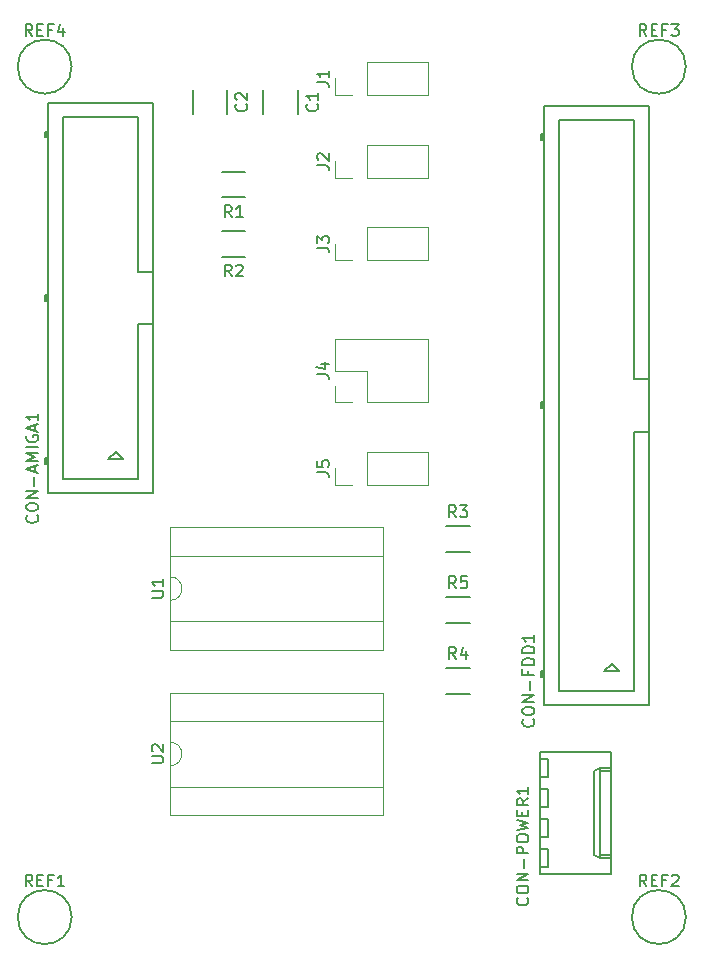
<source format=gbr>
%TF.GenerationSoftware,KiCad,Pcbnew,(5.0.0-3-g0214c9d)*%
%TF.CreationDate,2018-12-11T01:20:51+01:00*%
%TF.ProjectId,AmiExtFDD,416D694578744644442E6B696361645F,rev?*%
%TF.SameCoordinates,Original*%
%TF.FileFunction,Legend,Top*%
%TF.FilePolarity,Positive*%
%FSLAX46Y46*%
G04 Gerber Fmt 4.6, Leading zero omitted, Abs format (unit mm)*
G04 Created by KiCad (PCBNEW (5.0.0-3-g0214c9d)) date 2018 December 11, Tuesday 01:20:51*
%MOMM*%
%LPD*%
G01*
G04 APERTURE LIST*
%ADD10C,0.150000*%
%ADD11C,0.120000*%
G04 APERTURE END LIST*
D10*
X95000000Y-101075000D02*
X93000000Y-101075000D01*
X93000000Y-98925000D02*
X95000000Y-98925000D01*
X93000000Y-104925000D02*
X95000000Y-104925000D01*
X95000000Y-107075000D02*
X93000000Y-107075000D01*
X95000000Y-95075000D02*
X93000000Y-95075000D01*
X93000000Y-92925000D02*
X95000000Y-92925000D01*
X76000000Y-70075000D02*
X74000000Y-70075000D01*
X74000000Y-67925000D02*
X76000000Y-67925000D01*
X74000000Y-62925000D02*
X76000000Y-62925000D01*
X76000000Y-65075000D02*
X74000000Y-65075000D01*
X80475000Y-58000000D02*
X80475000Y-56000000D01*
X77525000Y-56000000D02*
X77525000Y-58000000D01*
X71525000Y-56000000D02*
X71525000Y-58000000D01*
X74475000Y-58000000D02*
X74475000Y-56000000D01*
X68200000Y-90070000D02*
X59260000Y-90070000D01*
X59260000Y-90070000D02*
X59260000Y-57070000D01*
X59260000Y-57070000D02*
X68200000Y-57070000D01*
X68200000Y-57070000D02*
X68200000Y-90070000D01*
X68200000Y-75795000D02*
X66900000Y-75795000D01*
X66900000Y-75795000D02*
X66900000Y-88870000D01*
X66900000Y-88870000D02*
X60560000Y-88870000D01*
X60560000Y-88870000D02*
X60560000Y-58270000D01*
X60560000Y-58270000D02*
X66900000Y-58270000D01*
X66900000Y-58270000D02*
X66900000Y-71345000D01*
X66900000Y-71345000D02*
X68200000Y-71345000D01*
X59260000Y-73820000D02*
X59060000Y-73820000D01*
X59060000Y-73820000D02*
X59060000Y-73320000D01*
X59060000Y-73320000D02*
X59260000Y-73320000D01*
X59160000Y-73820000D02*
X59160000Y-73320000D01*
X59260000Y-59990000D02*
X59060000Y-59990000D01*
X59060000Y-59990000D02*
X59060000Y-59490000D01*
X59060000Y-59490000D02*
X59260000Y-59490000D01*
X59160000Y-59990000D02*
X59160000Y-59490000D01*
X59260000Y-87650000D02*
X59060000Y-87650000D01*
X59060000Y-87650000D02*
X59060000Y-87150000D01*
X59060000Y-87150000D02*
X59260000Y-87150000D01*
X59160000Y-87650000D02*
X59160000Y-87150000D01*
X65600000Y-87200000D02*
X64400000Y-87200000D01*
X64400000Y-87200000D02*
X65000000Y-86600000D01*
X65000000Y-86600000D02*
X65600000Y-87200000D01*
X110200000Y-108070000D02*
X101260000Y-108070000D01*
X101260000Y-108070000D02*
X101260000Y-57290000D01*
X101260000Y-57290000D02*
X110200000Y-57290000D01*
X110200000Y-57290000D02*
X110200000Y-108070000D01*
X110200000Y-84905000D02*
X108900000Y-84905000D01*
X108900000Y-84905000D02*
X108900000Y-106870000D01*
X108900000Y-106870000D02*
X102560000Y-106870000D01*
X102560000Y-106870000D02*
X102560000Y-58490000D01*
X102560000Y-58490000D02*
X108900000Y-58490000D01*
X108900000Y-58490000D02*
X108900000Y-80455000D01*
X108900000Y-80455000D02*
X110200000Y-80455000D01*
X101260000Y-82930000D02*
X101060000Y-82930000D01*
X101060000Y-82930000D02*
X101060000Y-82430000D01*
X101060000Y-82430000D02*
X101260000Y-82430000D01*
X101160000Y-82930000D02*
X101160000Y-82430000D01*
X101260000Y-60210000D02*
X101060000Y-60210000D01*
X101060000Y-60210000D02*
X101060000Y-59710000D01*
X101060000Y-59710000D02*
X101260000Y-59710000D01*
X101160000Y-60210000D02*
X101160000Y-59710000D01*
X101260000Y-105650000D02*
X101060000Y-105650000D01*
X101060000Y-105650000D02*
X101060000Y-105150000D01*
X101060000Y-105150000D02*
X101260000Y-105150000D01*
X101160000Y-105650000D02*
X101160000Y-105150000D01*
X107600000Y-105200000D02*
X106400000Y-105200000D01*
X106400000Y-105200000D02*
X107000000Y-104600000D01*
X107000000Y-104600000D02*
X107600000Y-105200000D01*
X100980000Y-122370000D02*
X106980000Y-122370000D01*
X106980000Y-122370000D02*
X106980000Y-112010000D01*
X106980000Y-112010000D02*
X100980000Y-112010000D01*
X100980000Y-112010000D02*
X100980000Y-122370000D01*
X106980000Y-121000000D02*
X105980000Y-121000000D01*
X105980000Y-121000000D02*
X105980000Y-113380000D01*
X105980000Y-113380000D02*
X106980000Y-113380000D01*
X105980000Y-121000000D02*
X105550000Y-120750000D01*
X105550000Y-120750000D02*
X105550000Y-113630000D01*
X105550000Y-113630000D02*
X105980000Y-113380000D01*
X106980000Y-120750000D02*
X105980000Y-120750000D01*
X106980000Y-113630000D02*
X105980000Y-113630000D01*
X100980000Y-121800000D02*
X101600000Y-121800000D01*
X101600000Y-121800000D02*
X101600000Y-120200000D01*
X101600000Y-120200000D02*
X100980000Y-120200000D01*
X100980000Y-119260000D02*
X101600000Y-119260000D01*
X101600000Y-119260000D02*
X101600000Y-117660000D01*
X101600000Y-117660000D02*
X100980000Y-117660000D01*
X100980000Y-116720000D02*
X101600000Y-116720000D01*
X101600000Y-116720000D02*
X101600000Y-115120000D01*
X101600000Y-115120000D02*
X100980000Y-115120000D01*
X100980000Y-114180000D02*
X101600000Y-114180000D01*
X101600000Y-114180000D02*
X101600000Y-112580000D01*
X101600000Y-112580000D02*
X100980000Y-112580000D01*
D11*
X86270000Y-56390000D02*
X91470000Y-56390000D01*
X91470000Y-56390000D02*
X91470000Y-53610000D01*
X91470000Y-53610000D02*
X86270000Y-53610000D01*
X86270000Y-53610000D02*
X86270000Y-56390000D01*
X85000000Y-56390000D02*
X83610000Y-56390000D01*
X83610000Y-56390000D02*
X83610000Y-55000000D01*
X83610000Y-63390000D02*
X83610000Y-62000000D01*
X85000000Y-63390000D02*
X83610000Y-63390000D01*
X86270000Y-60610000D02*
X86270000Y-63390000D01*
X91470000Y-60610000D02*
X86270000Y-60610000D01*
X91470000Y-63390000D02*
X91470000Y-60610000D01*
X86270000Y-63390000D02*
X91470000Y-63390000D01*
X86270000Y-70390000D02*
X91470000Y-70390000D01*
X91470000Y-70390000D02*
X91470000Y-67610000D01*
X91470000Y-67610000D02*
X86270000Y-67610000D01*
X86270000Y-67610000D02*
X86270000Y-70390000D01*
X85000000Y-70390000D02*
X83610000Y-70390000D01*
X83610000Y-70390000D02*
X83610000Y-69000000D01*
X86270000Y-82390000D02*
X91470000Y-82390000D01*
X91470000Y-82390000D02*
X91470000Y-77070000D01*
X91470000Y-77070000D02*
X83610000Y-77070000D01*
X83610000Y-77070000D02*
X83610000Y-79730000D01*
X83610000Y-79730000D02*
X86270000Y-79730000D01*
X86270000Y-79730000D02*
X86270000Y-82390000D01*
X85000000Y-82390000D02*
X83610000Y-82390000D01*
X83610000Y-82390000D02*
X83610000Y-81000000D01*
X83610000Y-89390000D02*
X83610000Y-88000000D01*
X85000000Y-89390000D02*
X83610000Y-89390000D01*
X86270000Y-86610000D02*
X86270000Y-89390000D01*
X91470000Y-86610000D02*
X86270000Y-86610000D01*
X91470000Y-89390000D02*
X91470000Y-86610000D01*
X86270000Y-89390000D02*
X91470000Y-89390000D01*
X69610000Y-97190000D02*
G75*
G02X69610000Y-99190000I0J-1000000D01*
G01*
X69610000Y-99190000D02*
X69610000Y-100960000D01*
X69610000Y-100960000D02*
X87630000Y-100960000D01*
X87630000Y-100960000D02*
X87630000Y-95420000D01*
X87630000Y-95420000D02*
X69610000Y-95420000D01*
X69610000Y-95420000D02*
X69610000Y-97190000D01*
X69610000Y-103390000D02*
X87630000Y-103390000D01*
X87630000Y-103390000D02*
X87630000Y-92990000D01*
X87630000Y-92990000D02*
X69610000Y-92990000D01*
X69610000Y-92990000D02*
X69610000Y-103390000D01*
X69610000Y-106990000D02*
X69610000Y-117390000D01*
X87630000Y-106990000D02*
X69610000Y-106990000D01*
X87630000Y-117390000D02*
X87630000Y-106990000D01*
X69610000Y-117390000D02*
X87630000Y-117390000D01*
X69610000Y-109420000D02*
X69610000Y-111190000D01*
X87630000Y-109420000D02*
X69610000Y-109420000D01*
X87630000Y-114960000D02*
X87630000Y-109420000D01*
X69610000Y-114960000D02*
X87630000Y-114960000D01*
X69610000Y-113190000D02*
X69610000Y-114960000D01*
X69610000Y-111190000D02*
G75*
G02X69610000Y-113190000I0J-1000000D01*
G01*
D10*
X61286000Y-54000000D02*
G75*
G03X61286000Y-54000000I-2286000J0D01*
G01*
X113286000Y-54000000D02*
G75*
G03X113286000Y-54000000I-2286000J0D01*
G01*
X113286000Y-126000000D02*
G75*
G03X113286000Y-126000000I-2286000J0D01*
G01*
X61286000Y-126000000D02*
G75*
G03X61286000Y-126000000I-2286000J0D01*
G01*
X93833333Y-98152380D02*
X93500000Y-97676190D01*
X93261904Y-98152380D02*
X93261904Y-97152380D01*
X93642857Y-97152380D01*
X93738095Y-97200000D01*
X93785714Y-97247619D01*
X93833333Y-97342857D01*
X93833333Y-97485714D01*
X93785714Y-97580952D01*
X93738095Y-97628571D01*
X93642857Y-97676190D01*
X93261904Y-97676190D01*
X94738095Y-97152380D02*
X94261904Y-97152380D01*
X94214285Y-97628571D01*
X94261904Y-97580952D01*
X94357142Y-97533333D01*
X94595238Y-97533333D01*
X94690476Y-97580952D01*
X94738095Y-97628571D01*
X94785714Y-97723809D01*
X94785714Y-97961904D01*
X94738095Y-98057142D01*
X94690476Y-98104761D01*
X94595238Y-98152380D01*
X94357142Y-98152380D01*
X94261904Y-98104761D01*
X94214285Y-98057142D01*
X93833333Y-104152380D02*
X93500000Y-103676190D01*
X93261904Y-104152380D02*
X93261904Y-103152380D01*
X93642857Y-103152380D01*
X93738095Y-103200000D01*
X93785714Y-103247619D01*
X93833333Y-103342857D01*
X93833333Y-103485714D01*
X93785714Y-103580952D01*
X93738095Y-103628571D01*
X93642857Y-103676190D01*
X93261904Y-103676190D01*
X94690476Y-103485714D02*
X94690476Y-104152380D01*
X94452380Y-103104761D02*
X94214285Y-103819047D01*
X94833333Y-103819047D01*
X93833333Y-92152380D02*
X93500000Y-91676190D01*
X93261904Y-92152380D02*
X93261904Y-91152380D01*
X93642857Y-91152380D01*
X93738095Y-91200000D01*
X93785714Y-91247619D01*
X93833333Y-91342857D01*
X93833333Y-91485714D01*
X93785714Y-91580952D01*
X93738095Y-91628571D01*
X93642857Y-91676190D01*
X93261904Y-91676190D01*
X94166666Y-91152380D02*
X94785714Y-91152380D01*
X94452380Y-91533333D01*
X94595238Y-91533333D01*
X94690476Y-91580952D01*
X94738095Y-91628571D01*
X94785714Y-91723809D01*
X94785714Y-91961904D01*
X94738095Y-92057142D01*
X94690476Y-92104761D01*
X94595238Y-92152380D01*
X94309523Y-92152380D01*
X94214285Y-92104761D01*
X94166666Y-92057142D01*
X74833333Y-71752380D02*
X74500000Y-71276190D01*
X74261904Y-71752380D02*
X74261904Y-70752380D01*
X74642857Y-70752380D01*
X74738095Y-70800000D01*
X74785714Y-70847619D01*
X74833333Y-70942857D01*
X74833333Y-71085714D01*
X74785714Y-71180952D01*
X74738095Y-71228571D01*
X74642857Y-71276190D01*
X74261904Y-71276190D01*
X75214285Y-70847619D02*
X75261904Y-70800000D01*
X75357142Y-70752380D01*
X75595238Y-70752380D01*
X75690476Y-70800000D01*
X75738095Y-70847619D01*
X75785714Y-70942857D01*
X75785714Y-71038095D01*
X75738095Y-71180952D01*
X75166666Y-71752380D01*
X75785714Y-71752380D01*
X74833333Y-66752380D02*
X74500000Y-66276190D01*
X74261904Y-66752380D02*
X74261904Y-65752380D01*
X74642857Y-65752380D01*
X74738095Y-65800000D01*
X74785714Y-65847619D01*
X74833333Y-65942857D01*
X74833333Y-66085714D01*
X74785714Y-66180952D01*
X74738095Y-66228571D01*
X74642857Y-66276190D01*
X74261904Y-66276190D01*
X75785714Y-66752380D02*
X75214285Y-66752380D01*
X75500000Y-66752380D02*
X75500000Y-65752380D01*
X75404761Y-65895238D01*
X75309523Y-65990476D01*
X75214285Y-66038095D01*
X82057142Y-57166666D02*
X82104761Y-57214285D01*
X82152380Y-57357142D01*
X82152380Y-57452380D01*
X82104761Y-57595238D01*
X82009523Y-57690476D01*
X81914285Y-57738095D01*
X81723809Y-57785714D01*
X81580952Y-57785714D01*
X81390476Y-57738095D01*
X81295238Y-57690476D01*
X81200000Y-57595238D01*
X81152380Y-57452380D01*
X81152380Y-57357142D01*
X81200000Y-57214285D01*
X81247619Y-57166666D01*
X82152380Y-56214285D02*
X82152380Y-56785714D01*
X82152380Y-56500000D02*
X81152380Y-56500000D01*
X81295238Y-56595238D01*
X81390476Y-56690476D01*
X81438095Y-56785714D01*
X76057142Y-57166666D02*
X76104761Y-57214285D01*
X76152380Y-57357142D01*
X76152380Y-57452380D01*
X76104761Y-57595238D01*
X76009523Y-57690476D01*
X75914285Y-57738095D01*
X75723809Y-57785714D01*
X75580952Y-57785714D01*
X75390476Y-57738095D01*
X75295238Y-57690476D01*
X75200000Y-57595238D01*
X75152380Y-57452380D01*
X75152380Y-57357142D01*
X75200000Y-57214285D01*
X75247619Y-57166666D01*
X75247619Y-56785714D02*
X75200000Y-56738095D01*
X75152380Y-56642857D01*
X75152380Y-56404761D01*
X75200000Y-56309523D01*
X75247619Y-56261904D01*
X75342857Y-56214285D01*
X75438095Y-56214285D01*
X75580952Y-56261904D01*
X76152380Y-56833333D01*
X76152380Y-56214285D01*
X58357142Y-92000000D02*
X58404761Y-92047619D01*
X58452380Y-92190476D01*
X58452380Y-92285714D01*
X58404761Y-92428571D01*
X58309523Y-92523809D01*
X58214285Y-92571428D01*
X58023809Y-92619047D01*
X57880952Y-92619047D01*
X57690476Y-92571428D01*
X57595238Y-92523809D01*
X57500000Y-92428571D01*
X57452380Y-92285714D01*
X57452380Y-92190476D01*
X57500000Y-92047619D01*
X57547619Y-92000000D01*
X57452380Y-91380952D02*
X57452380Y-91190476D01*
X57500000Y-91095238D01*
X57595238Y-91000000D01*
X57785714Y-90952380D01*
X58119047Y-90952380D01*
X58309523Y-91000000D01*
X58404761Y-91095238D01*
X58452380Y-91190476D01*
X58452380Y-91380952D01*
X58404761Y-91476190D01*
X58309523Y-91571428D01*
X58119047Y-91619047D01*
X57785714Y-91619047D01*
X57595238Y-91571428D01*
X57500000Y-91476190D01*
X57452380Y-91380952D01*
X58452380Y-90523809D02*
X57452380Y-90523809D01*
X58452380Y-89952380D01*
X57452380Y-89952380D01*
X58071428Y-89476190D02*
X58071428Y-88714285D01*
X58166666Y-88285714D02*
X58166666Y-87809523D01*
X58452380Y-88380952D02*
X57452380Y-88047619D01*
X58452380Y-87714285D01*
X58452380Y-87380952D02*
X57452380Y-87380952D01*
X58166666Y-87047619D01*
X57452380Y-86714285D01*
X58452380Y-86714285D01*
X58452380Y-86238095D02*
X57452380Y-86238095D01*
X57500000Y-85238095D02*
X57452380Y-85333333D01*
X57452380Y-85476190D01*
X57500000Y-85619047D01*
X57595238Y-85714285D01*
X57690476Y-85761904D01*
X57880952Y-85809523D01*
X58023809Y-85809523D01*
X58214285Y-85761904D01*
X58309523Y-85714285D01*
X58404761Y-85619047D01*
X58452380Y-85476190D01*
X58452380Y-85380952D01*
X58404761Y-85238095D01*
X58357142Y-85190476D01*
X58023809Y-85190476D01*
X58023809Y-85380952D01*
X58166666Y-84809523D02*
X58166666Y-84333333D01*
X58452380Y-84904761D02*
X57452380Y-84571428D01*
X58452380Y-84238095D01*
X58452380Y-83380952D02*
X58452380Y-83952380D01*
X58452380Y-83666666D02*
X57452380Y-83666666D01*
X57595238Y-83761904D01*
X57690476Y-83857142D01*
X57738095Y-83952380D01*
X100357142Y-109261904D02*
X100404761Y-109309523D01*
X100452380Y-109452380D01*
X100452380Y-109547619D01*
X100404761Y-109690476D01*
X100309523Y-109785714D01*
X100214285Y-109833333D01*
X100023809Y-109880952D01*
X99880952Y-109880952D01*
X99690476Y-109833333D01*
X99595238Y-109785714D01*
X99500000Y-109690476D01*
X99452380Y-109547619D01*
X99452380Y-109452380D01*
X99500000Y-109309523D01*
X99547619Y-109261904D01*
X99452380Y-108642857D02*
X99452380Y-108452380D01*
X99500000Y-108357142D01*
X99595238Y-108261904D01*
X99785714Y-108214285D01*
X100119047Y-108214285D01*
X100309523Y-108261904D01*
X100404761Y-108357142D01*
X100452380Y-108452380D01*
X100452380Y-108642857D01*
X100404761Y-108738095D01*
X100309523Y-108833333D01*
X100119047Y-108880952D01*
X99785714Y-108880952D01*
X99595238Y-108833333D01*
X99500000Y-108738095D01*
X99452380Y-108642857D01*
X100452380Y-107785714D02*
X99452380Y-107785714D01*
X100452380Y-107214285D01*
X99452380Y-107214285D01*
X100071428Y-106738095D02*
X100071428Y-105976190D01*
X99928571Y-105166666D02*
X99928571Y-105500000D01*
X100452380Y-105500000D02*
X99452380Y-105500000D01*
X99452380Y-105023809D01*
X100452380Y-104642857D02*
X99452380Y-104642857D01*
X99452380Y-104404761D01*
X99500000Y-104261904D01*
X99595238Y-104166666D01*
X99690476Y-104119047D01*
X99880952Y-104071428D01*
X100023809Y-104071428D01*
X100214285Y-104119047D01*
X100309523Y-104166666D01*
X100404761Y-104261904D01*
X100452380Y-104404761D01*
X100452380Y-104642857D01*
X100452380Y-103642857D02*
X99452380Y-103642857D01*
X99452380Y-103404761D01*
X99500000Y-103261904D01*
X99595238Y-103166666D01*
X99690476Y-103119047D01*
X99880952Y-103071428D01*
X100023809Y-103071428D01*
X100214285Y-103119047D01*
X100309523Y-103166666D01*
X100404761Y-103261904D01*
X100452380Y-103404761D01*
X100452380Y-103642857D01*
X100452380Y-102119047D02*
X100452380Y-102690476D01*
X100452380Y-102404761D02*
X99452380Y-102404761D01*
X99595238Y-102500000D01*
X99690476Y-102595238D01*
X99738095Y-102690476D01*
X99857142Y-124380952D02*
X99904761Y-124428571D01*
X99952380Y-124571428D01*
X99952380Y-124666666D01*
X99904761Y-124809523D01*
X99809523Y-124904761D01*
X99714285Y-124952380D01*
X99523809Y-125000000D01*
X99380952Y-125000000D01*
X99190476Y-124952380D01*
X99095238Y-124904761D01*
X99000000Y-124809523D01*
X98952380Y-124666666D01*
X98952380Y-124571428D01*
X99000000Y-124428571D01*
X99047619Y-124380952D01*
X98952380Y-123761904D02*
X98952380Y-123571428D01*
X99000000Y-123476190D01*
X99095238Y-123380952D01*
X99285714Y-123333333D01*
X99619047Y-123333333D01*
X99809523Y-123380952D01*
X99904761Y-123476190D01*
X99952380Y-123571428D01*
X99952380Y-123761904D01*
X99904761Y-123857142D01*
X99809523Y-123952380D01*
X99619047Y-124000000D01*
X99285714Y-124000000D01*
X99095238Y-123952380D01*
X99000000Y-123857142D01*
X98952380Y-123761904D01*
X99952380Y-122904761D02*
X98952380Y-122904761D01*
X99952380Y-122333333D01*
X98952380Y-122333333D01*
X99571428Y-121857142D02*
X99571428Y-121095238D01*
X99952380Y-120619047D02*
X98952380Y-120619047D01*
X98952380Y-120238095D01*
X99000000Y-120142857D01*
X99047619Y-120095238D01*
X99142857Y-120047619D01*
X99285714Y-120047619D01*
X99380952Y-120095238D01*
X99428571Y-120142857D01*
X99476190Y-120238095D01*
X99476190Y-120619047D01*
X98952380Y-119428571D02*
X98952380Y-119238095D01*
X99000000Y-119142857D01*
X99095238Y-119047619D01*
X99285714Y-119000000D01*
X99619047Y-119000000D01*
X99809523Y-119047619D01*
X99904761Y-119142857D01*
X99952380Y-119238095D01*
X99952380Y-119428571D01*
X99904761Y-119523809D01*
X99809523Y-119619047D01*
X99619047Y-119666666D01*
X99285714Y-119666666D01*
X99095238Y-119619047D01*
X99000000Y-119523809D01*
X98952380Y-119428571D01*
X98952380Y-118666666D02*
X99952380Y-118428571D01*
X99238095Y-118238095D01*
X99952380Y-118047619D01*
X98952380Y-117809523D01*
X99428571Y-117428571D02*
X99428571Y-117095238D01*
X99952380Y-116952380D02*
X99952380Y-117428571D01*
X98952380Y-117428571D01*
X98952380Y-116952380D01*
X99952380Y-115952380D02*
X99476190Y-116285714D01*
X99952380Y-116523809D02*
X98952380Y-116523809D01*
X98952380Y-116142857D01*
X99000000Y-116047619D01*
X99047619Y-116000000D01*
X99142857Y-115952380D01*
X99285714Y-115952380D01*
X99380952Y-116000000D01*
X99428571Y-116047619D01*
X99476190Y-116142857D01*
X99476190Y-116523809D01*
X99952380Y-115000000D02*
X99952380Y-115571428D01*
X99952380Y-115285714D02*
X98952380Y-115285714D01*
X99095238Y-115380952D01*
X99190476Y-115476190D01*
X99238095Y-115571428D01*
X82062380Y-55333333D02*
X82776666Y-55333333D01*
X82919523Y-55380952D01*
X83014761Y-55476190D01*
X83062380Y-55619047D01*
X83062380Y-55714285D01*
X83062380Y-54333333D02*
X83062380Y-54904761D01*
X83062380Y-54619047D02*
X82062380Y-54619047D01*
X82205238Y-54714285D01*
X82300476Y-54809523D01*
X82348095Y-54904761D01*
X82062380Y-62333333D02*
X82776666Y-62333333D01*
X82919523Y-62380952D01*
X83014761Y-62476190D01*
X83062380Y-62619047D01*
X83062380Y-62714285D01*
X82157619Y-61904761D02*
X82110000Y-61857142D01*
X82062380Y-61761904D01*
X82062380Y-61523809D01*
X82110000Y-61428571D01*
X82157619Y-61380952D01*
X82252857Y-61333333D01*
X82348095Y-61333333D01*
X82490952Y-61380952D01*
X83062380Y-61952380D01*
X83062380Y-61333333D01*
X82062380Y-69333333D02*
X82776666Y-69333333D01*
X82919523Y-69380952D01*
X83014761Y-69476190D01*
X83062380Y-69619047D01*
X83062380Y-69714285D01*
X82062380Y-68952380D02*
X82062380Y-68333333D01*
X82443333Y-68666666D01*
X82443333Y-68523809D01*
X82490952Y-68428571D01*
X82538571Y-68380952D01*
X82633809Y-68333333D01*
X82871904Y-68333333D01*
X82967142Y-68380952D01*
X83014761Y-68428571D01*
X83062380Y-68523809D01*
X83062380Y-68809523D01*
X83014761Y-68904761D01*
X82967142Y-68952380D01*
X82062380Y-80063333D02*
X82776666Y-80063333D01*
X82919523Y-80110952D01*
X83014761Y-80206190D01*
X83062380Y-80349047D01*
X83062380Y-80444285D01*
X82395714Y-79158571D02*
X83062380Y-79158571D01*
X82014761Y-79396666D02*
X82729047Y-79634761D01*
X82729047Y-79015714D01*
X82062380Y-88333333D02*
X82776666Y-88333333D01*
X82919523Y-88380952D01*
X83014761Y-88476190D01*
X83062380Y-88619047D01*
X83062380Y-88714285D01*
X82062380Y-87380952D02*
X82062380Y-87857142D01*
X82538571Y-87904761D01*
X82490952Y-87857142D01*
X82443333Y-87761904D01*
X82443333Y-87523809D01*
X82490952Y-87428571D01*
X82538571Y-87380952D01*
X82633809Y-87333333D01*
X82871904Y-87333333D01*
X82967142Y-87380952D01*
X83014761Y-87428571D01*
X83062380Y-87523809D01*
X83062380Y-87761904D01*
X83014761Y-87857142D01*
X82967142Y-87904761D01*
X68062380Y-98951904D02*
X68871904Y-98951904D01*
X68967142Y-98904285D01*
X69014761Y-98856666D01*
X69062380Y-98761428D01*
X69062380Y-98570952D01*
X69014761Y-98475714D01*
X68967142Y-98428095D01*
X68871904Y-98380476D01*
X68062380Y-98380476D01*
X69062380Y-97380476D02*
X69062380Y-97951904D01*
X69062380Y-97666190D02*
X68062380Y-97666190D01*
X68205238Y-97761428D01*
X68300476Y-97856666D01*
X68348095Y-97951904D01*
X68062380Y-112951904D02*
X68871904Y-112951904D01*
X68967142Y-112904285D01*
X69014761Y-112856666D01*
X69062380Y-112761428D01*
X69062380Y-112570952D01*
X69014761Y-112475714D01*
X68967142Y-112428095D01*
X68871904Y-112380476D01*
X68062380Y-112380476D01*
X68157619Y-111951904D02*
X68110000Y-111904285D01*
X68062380Y-111809047D01*
X68062380Y-111570952D01*
X68110000Y-111475714D01*
X68157619Y-111428095D01*
X68252857Y-111380476D01*
X68348095Y-111380476D01*
X68490952Y-111428095D01*
X69062380Y-111999523D01*
X69062380Y-111380476D01*
X57952380Y-51404380D02*
X57619047Y-50928190D01*
X57380952Y-51404380D02*
X57380952Y-50404380D01*
X57761904Y-50404380D01*
X57857142Y-50452000D01*
X57904761Y-50499619D01*
X57952380Y-50594857D01*
X57952380Y-50737714D01*
X57904761Y-50832952D01*
X57857142Y-50880571D01*
X57761904Y-50928190D01*
X57380952Y-50928190D01*
X58380952Y-50880571D02*
X58714285Y-50880571D01*
X58857142Y-51404380D02*
X58380952Y-51404380D01*
X58380952Y-50404380D01*
X58857142Y-50404380D01*
X59619047Y-50880571D02*
X59285714Y-50880571D01*
X59285714Y-51404380D02*
X59285714Y-50404380D01*
X59761904Y-50404380D01*
X60571428Y-50737714D02*
X60571428Y-51404380D01*
X60333333Y-50356761D02*
X60095238Y-51071047D01*
X60714285Y-51071047D01*
X109952380Y-51404380D02*
X109619047Y-50928190D01*
X109380952Y-51404380D02*
X109380952Y-50404380D01*
X109761904Y-50404380D01*
X109857142Y-50452000D01*
X109904761Y-50499619D01*
X109952380Y-50594857D01*
X109952380Y-50737714D01*
X109904761Y-50832952D01*
X109857142Y-50880571D01*
X109761904Y-50928190D01*
X109380952Y-50928190D01*
X110380952Y-50880571D02*
X110714285Y-50880571D01*
X110857142Y-51404380D02*
X110380952Y-51404380D01*
X110380952Y-50404380D01*
X110857142Y-50404380D01*
X111619047Y-50880571D02*
X111285714Y-50880571D01*
X111285714Y-51404380D02*
X111285714Y-50404380D01*
X111761904Y-50404380D01*
X112047619Y-50404380D02*
X112666666Y-50404380D01*
X112333333Y-50785333D01*
X112476190Y-50785333D01*
X112571428Y-50832952D01*
X112619047Y-50880571D01*
X112666666Y-50975809D01*
X112666666Y-51213904D01*
X112619047Y-51309142D01*
X112571428Y-51356761D01*
X112476190Y-51404380D01*
X112190476Y-51404380D01*
X112095238Y-51356761D01*
X112047619Y-51309142D01*
X109952380Y-123404380D02*
X109619047Y-122928190D01*
X109380952Y-123404380D02*
X109380952Y-122404380D01*
X109761904Y-122404380D01*
X109857142Y-122452000D01*
X109904761Y-122499619D01*
X109952380Y-122594857D01*
X109952380Y-122737714D01*
X109904761Y-122832952D01*
X109857142Y-122880571D01*
X109761904Y-122928190D01*
X109380952Y-122928190D01*
X110380952Y-122880571D02*
X110714285Y-122880571D01*
X110857142Y-123404380D02*
X110380952Y-123404380D01*
X110380952Y-122404380D01*
X110857142Y-122404380D01*
X111619047Y-122880571D02*
X111285714Y-122880571D01*
X111285714Y-123404380D02*
X111285714Y-122404380D01*
X111761904Y-122404380D01*
X112095238Y-122499619D02*
X112142857Y-122452000D01*
X112238095Y-122404380D01*
X112476190Y-122404380D01*
X112571428Y-122452000D01*
X112619047Y-122499619D01*
X112666666Y-122594857D01*
X112666666Y-122690095D01*
X112619047Y-122832952D01*
X112047619Y-123404380D01*
X112666666Y-123404380D01*
X57952380Y-123404380D02*
X57619047Y-122928190D01*
X57380952Y-123404380D02*
X57380952Y-122404380D01*
X57761904Y-122404380D01*
X57857142Y-122452000D01*
X57904761Y-122499619D01*
X57952380Y-122594857D01*
X57952380Y-122737714D01*
X57904761Y-122832952D01*
X57857142Y-122880571D01*
X57761904Y-122928190D01*
X57380952Y-122928190D01*
X58380952Y-122880571D02*
X58714285Y-122880571D01*
X58857142Y-123404380D02*
X58380952Y-123404380D01*
X58380952Y-122404380D01*
X58857142Y-122404380D01*
X59619047Y-122880571D02*
X59285714Y-122880571D01*
X59285714Y-123404380D02*
X59285714Y-122404380D01*
X59761904Y-122404380D01*
X60666666Y-123404380D02*
X60095238Y-123404380D01*
X60380952Y-123404380D02*
X60380952Y-122404380D01*
X60285714Y-122547238D01*
X60190476Y-122642476D01*
X60095238Y-122690095D01*
M02*

</source>
